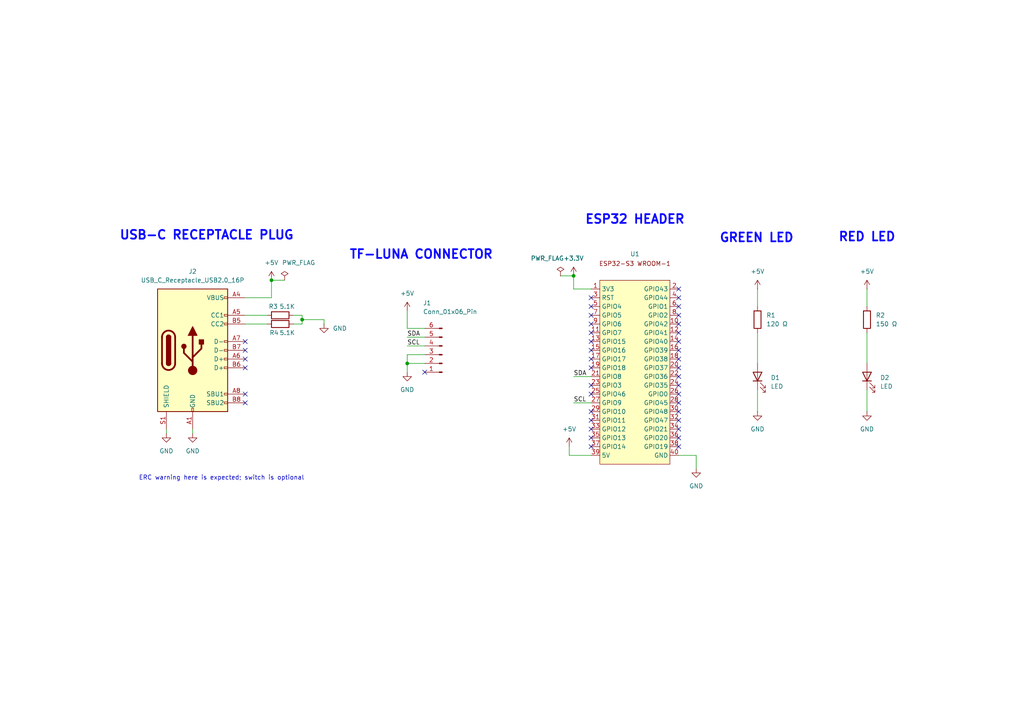
<source format=kicad_sch>
(kicad_sch (version 20250114) (generator "eeschema") (generator_version "9.0")
  (paper "A4")
  (title_block (title "tf-luna-security-system") (date "2025-12-21") (rev "0"))
  (lib_symbols
    (symbol "Connector:Conn_01x06_Pin" (pin_names (offset 1.016) (hide yes))
      (property "Reference" "J" (at 0 7.62 0))
      (property "Value" "Conn_01x06_Pin" (at 0 -10.16 0))
      (symbol "Conn_01x06_Pin_1_1"
        (rectangle (start 0.8636 5.207) (end 0 4.953) (stroke (width 0.1524)) (fill (type outline)))
        (rectangle (start 0.8636 2.667) (end 0 2.413) (stroke (width 0.1524)) (fill (type outline)))
        (rectangle (start 0.8636 0.127) (end 0 -0.127) (stroke (width 0.1524)) (fill (type outline)))
        (rectangle (start 0.8636 -2.413) (end 0 -2.667) (stroke (width 0.1524)) (fill (type outline)))
        (rectangle (start 0.8636 -4.953) (end 0 -5.207) (stroke (width 0.1524)) (fill (type outline)))
        (rectangle (start 0.8636 -7.493) (end 0 -7.747) (stroke (width 0.1524)) (fill (type outline)))
        (polyline (pts (xy 1.27 5.08) (xy 0.8636 5.08)) (stroke (width 0.1524)))
        (polyline (pts (xy 1.27 2.54) (xy 0.8636 2.54)) (stroke (width 0.1524)))
        (polyline (pts (xy 1.27 0) (xy 0.8636 0)) (stroke (width 0.1524)))
        (polyline (pts (xy 1.27 -2.54) (xy 0.8636 -2.54)) (stroke (width 0.1524)))
        (polyline (pts (xy 1.27 -5.08) (xy 0.8636 -5.08)) (stroke (width 0.1524)))
        (polyline (pts (xy 1.27 -7.62) (xy 0.8636 -7.62)) (stroke (width 0.1524)))
        (pin passive line (at 5.08 5.08 180) (length 3.81) (name "Pin_1") (number "1"))
        (pin passive line (at 5.08 2.54 180) (length 3.81) (name "Pin_2") (number "2"))
        (pin passive line (at 5.08 0 180) (length 3.81) (name "Pin_3") (number "3"))
        (pin passive line (at 5.08 -2.54 180) (length 3.81) (name "Pin_4") (number "4"))
        (pin passive line (at 5.08 -5.08 180) (length 3.81) (name "Pin_5") (number "5"))
        (pin passive line (at 5.08 -7.62 180) (length 3.81) (name "Pin_6") (number "6"))
      )
    )
    (symbol "Connector:USB_C_Receptacle_USB2.0_16P" (pin_names (offset 1.016))
      (property "Reference" "J" (at 0 22.225 0))
      (property "Value" "USB_C_Receptacle_USB2.0_16P" (at 0 19.685 0))
      (symbol "USB_C_Receptacle_USB2.0_16P_0_0"
        (rectangle (start -0.254 -17.78) (end 0.254 -16.764))
        (rectangle (start 10.16 15.494) (end 9.144 14.986))
        (rectangle (start 10.16 10.414) (end 9.144 9.906))
        (rectangle (start 10.16 7.874) (end 9.144 7.366))
        (rectangle (start 10.16 2.794) (end 9.144 2.286))
        (rectangle (start 10.16 0.254) (end 9.144 -0.254))
        (rectangle (start 10.16 -2.286) (end 9.144 -2.794))
        (rectangle (start 10.16 -4.826) (end 9.144 -5.334))
        (rectangle (start 10.16 -12.446) (end 9.144 -12.954))
        (rectangle (start 10.16 -14.986) (end 9.144 -15.494))
      )
      (symbol "USB_C_Receptacle_USB2.0_16P_0_1"
        (rectangle (start -10.16 17.78) (end 10.16 -17.78) (stroke (width 0.254)) (fill (type background)))
        (polyline (pts (xy -8.89 -3.81) (xy -8.89 3.81)) (stroke (width 0.508)))
        (rectangle (start -7.62 -3.81) (end -6.35 3.81) (stroke (width 0.254)) (fill (type outline)))
        (arc (start -7.62 3.81) (mid -6.985 4.4423) (end -6.35 3.81) (stroke (width 0.254)))
        (arc (start -7.62 3.81) (mid -6.985 4.4423) (end -6.35 3.81) (stroke (width 0.254)) (fill (type outline)))
        (arc (start -8.89 3.81) (mid -6.985 5.7067) (end -5.08 3.81) (stroke (width 0.508)))
        (arc (start -5.08 -3.81) (mid -6.985 -5.7067) (end -8.89 -3.81) (stroke (width 0.508)))
        (arc (start -6.35 -3.81) (mid -6.985 -4.4423) (end -7.62 -3.81) (stroke (width 0.254)))
        (arc (start -6.35 -3.81) (mid -6.985 -4.4423) (end -7.62 -3.81) (stroke (width 0.254)) (fill (type outline)))
        (polyline (pts (xy -5.08 3.81) (xy -5.08 -3.81)) (stroke (width 0.508)))
        (circle (center -2.54 1.143) (radius 0.635) (stroke (width 0.254)) (fill (type outline)))
        (polyline (pts (xy -1.27 4.318) (xy 0 6.858) (xy 1.27 4.318) (xy -1.27 4.318)) (stroke (width 0.254)) (fill (type outline)))
        (polyline (pts (xy 0 -2.032) (xy 2.54 0.508) (xy 2.54 1.778)) (stroke (width 0.508)))
        (polyline (pts (xy 0 -3.302) (xy -2.54 -0.762) (xy -2.54 0.508)) (stroke (width 0.508)))
        (polyline (pts (xy 0 -5.842) (xy 0 4.318)) (stroke (width 0.508)))
        (circle (center 0 -5.842) (radius 1.27) (fill (type outline)))
        (rectangle (start 1.905 1.778) (end 3.175 3.048) (stroke (width 0.254)) (fill (type outline)))
      )
      (symbol "USB_C_Receptacle_USB2.0_16P_1_1"
        (pin passive line (at -7.62 -22.86 90) (length 5.08) (name "SHIELD") (number "S1"))
        (pin passive line (at 0 -22.86 90) (length 5.08) (name "GND") (number "A1"))
        (pin passive line (at 0 -22.86 90) (length 5.08) (hide yes) (name "GND") (number "A12"))
        (pin passive line (at 0 -22.86 90) (length 5.08) (hide yes) (name "GND") (number "B1"))
        (pin passive line (at 0 -22.86 90) (length 5.08) (hide yes) (name "GND") (number "B12"))
        (pin passive line (at 15.24 15.24 180) (length 5.08) (name "VBUS") (number "A4"))
        (pin passive line (at 15.24 15.24 180) (length 5.08) (hide yes) (name "VBUS") (number "A9"))
        (pin passive line (at 15.24 15.24 180) (length 5.08) (hide yes) (name "VBUS") (number "B4"))
        (pin passive line (at 15.24 15.24 180) (length 5.08) (hide yes) (name "VBUS") (number "B9"))
        (pin bidirectional line (at 15.24 10.16 180) (length 5.08) (name "CC1") (number "A5"))
        (pin bidirectional line (at 15.24 7.62 180) (length 5.08) (name "CC2") (number "B5"))
        (pin bidirectional line (at 15.24 2.54 180) (length 5.08) (name "D-") (number "A7"))
        (pin bidirectional line (at 15.24 0 180) (length 5.08) (name "D-") (number "B7"))
        (pin bidirectional line (at 15.24 -2.54 180) (length 5.08) (name "D+") (number "A6"))
        (pin bidirectional line (at 15.24 -5.08 180) (length 5.08) (name "D+") (number "B6"))
        (pin bidirectional line (at 15.24 -12.7 180) (length 5.08) (name "SBU1") (number "A8"))
        (pin bidirectional line (at 15.24 -15.24 180) (length 5.08) (name "SBU2") (number "B8"))
      )
    )
    (symbol "Device:LED" (pin_numbers (hide yes)) (pin_names (offset 1.016) (hide yes))
      (property "Reference" "D" (at 0 2.54 0))
      (property "Value" "LED" (at 0 -2.54 0))
      (symbol "LED_0_1"
        (polyline (pts (xy -3.048 -0.762) (xy -4.572 -2.286) (xy -3.81 -2.286) (xy -4.572 -2.286) (xy -4.572 -1.524)))
        (polyline (pts (xy -1.778 -0.762) (xy -3.302 -2.286) (xy -2.54 -2.286) (xy -3.302 -2.286) (xy -3.302 -1.524)))
        (polyline (pts (xy -1.27 0) (xy 1.27 0)))
        (polyline (pts (xy -1.27 -1.27) (xy -1.27 1.27)) (stroke (width 0.254)))
        (polyline (pts (xy 1.27 -1.27) (xy 1.27 1.27) (xy -1.27 0) (xy 1.27 -1.27)) (stroke (width 0.254)))
      )
      (symbol "LED_1_1"
        (pin passive line (at -3.81 0 0) (length 2.54) (name "K") (number "1"))
        (pin passive line (at 3.81 0 180) (length 2.54) (name "A") (number "2"))
      )
    )
    (symbol "Device:R" (pin_numbers (hide yes)) (pin_names (offset 0))
      (property "Reference" "R" (at 2.032 0 90))
      (property "Value" "R" (at 0 0 90))
      (symbol "R_0_1"
        (rectangle (start -1.016 -2.54) (end 1.016 2.54) (stroke (width 0.254)))
      )
      (symbol "R_1_1"
        (pin passive line (at 0 3.81 270) (length 1.27) (name "~") (number "1"))
        (pin passive line (at 0 -3.81 90) (length 1.27) (name "~") (number "2"))
      )
    )
    (symbol "New_Library:ESP32-S3-DevKit-Custom"
      (property "Reference" "U" (at -8.89 8.89 0))
      (symbol "ESP32-S3-DevKit-Custom_1_1"
        (rectangle (start -10.16 7.62) (end 10.16 -45.72) (fill (type background)))
        (text "ESP32-S3 WROOM-1" (at 0 12.446 0) (effects (font (size 1.27 1.27))))
        (pin passive line (at -12.7 5.08 0) (length 2.54) (name "3V3") (number "1"))
        (pin passive line (at -12.7 2.54 0) (length 2.54) (name "RST") (number "3"))
        (pin passive line (at -12.7 0 0) (length 2.54) (name "GPIO4") (number "5"))
        (pin passive line (at -12.7 -2.54 0) (length 2.54) (name "GPIO5") (number "7"))
        (pin passive line (at -12.7 -5.08 0) (length 2.54) (name "GPIO6") (number "9"))
        (pin passive line (at -12.7 -7.62 0) (length 2.54) (name "GPIO7") (number "11"))
        (pin passive line (at -12.7 -10.16 0) (length 2.54) (name "GPIO15") (number "13"))
        (pin passive line (at -12.7 -12.7 0) (length 2.54) (name "GPIO16") (number "15"))
        (pin passive line (at -12.7 -15.24 0) (length 2.54) (name "GPIO17") (number "17"))
        (pin passive line (at -12.7 -17.78 0) (length 2.54) (name "GPIO18") (number "19"))
        (pin passive line (at -12.7 -20.32 0) (length 2.54) (name "GPIO8") (number "21"))
        (pin passive line (at -12.7 -22.86 0) (length 2.54) (name "GPIO3") (number "23"))
        (pin passive line (at -12.7 -25.4 0) (length 2.54) (name "GPIO46") (number "25"))
        (pin passive line (at -12.7 -27.94 0) (length 2.54) (name "GPIO9") (number "27"))
        (pin passive line (at -12.7 -30.48 0) (length 2.54) (name "GPIO10") (number "29"))
        (pin passive line (at -12.7 -33.02 0) (length 2.54) (name "GPIO11") (number "31"))
        (pin passive line (at -12.7 -35.56 0) (length 2.54) (name "GPIO12") (number "33"))
        (pin passive line (at -12.7 -38.1 0) (length 2.54) (name "GPIO13") (number "35"))
        (pin passive line (at -12.7 -40.64 0) (length 2.54) (name "GPIO14") (number "37"))
        (pin passive line (at -12.7 -43.18 0) (length 2.54) (name "5V") (number "39"))
        (pin passive line (at 12.7 5.08 180) (length 2.54) (name "GPIO43") (number "2"))
        (pin passive line (at 12.7 2.54 180) (length 2.54) (name "GPIO44") (number "4"))
        (pin passive line (at 12.7 0 180) (length 2.54) (name "GPIO1") (number "6"))
        (pin passive line (at 12.7 -2.54 180) (length 2.54) (name "GPIO2") (number "8"))
        (pin passive line (at 12.7 -5.08 180) (length 2.54) (name "GPIO42") (number "10"))
        (pin passive line (at 12.7 -7.62 180) (length 2.54) (name "GPIO41") (number "12"))
        (pin passive line (at 12.7 -10.16 180) (length 2.54) (name "GPIO40") (number "14"))
        (pin passive line (at 12.7 -12.7 180) (length 2.54) (name "GPIO39") (number "16"))
        (pin passive line (at 12.7 -15.24 180) (length 2.54) (name "GPIO38") (number "18"))
        (pin passive line (at 12.7 -17.78 180) (length 2.54) (name "GPIO37") (number "20"))
        (pin passive line (at 12.7 -20.32 180) (length 2.54) (name "GPIO36") (number "22"))
        (pin passive line (at 12.7 -22.86 180) (length 2.54) (name "GPIO35") (number "24"))
        (pin passive line (at 12.7 -25.4 180) (length 2.54) (name "GPIO0") (number "26"))
        (pin passive line (at 12.7 -27.94 180) (length 2.54) (name "GPIO45") (number "28"))
        (pin passive line (at 12.7 -30.48 180) (length 2.54) (name "GPIO48") (number "30"))
        (pin passive line (at 12.7 -33.02 180) (length 2.54) (name "GPIO47") (number "32"))
        (pin passive line (at 12.7 -35.56 180) (length 2.54) (name "GPIO21") (number "34"))
        (pin passive line (at 12.7 -38.1 180) (length 2.54) (name "GPIO20") (number "36"))
        (pin passive line (at 12.7 -40.64 180) (length 2.54) (name "GPIO19") (number "38"))
        (pin passive line (at 12.7 -43.18 180) (length 2.54) (name "GND") (number "40"))
      )
    )
    (symbol "power:+3.3V" (power) (pin_numbers (hide yes)) (pin_names (offset 0) (hide yes))
      (property "Value" "+3.3V" (at 0 3.556 0))
      (symbol "+3.3V_0_1"
        (polyline (pts (xy -0.762 1.27) (xy 0 2.54)))
        (polyline (pts (xy 0 2.54) (xy 0.762 1.27)))
        (polyline (pts (xy 0 0) (xy 0 2.54)))
      )
      (symbol "+3.3V_1_1"
        (pin power_in line (at 0 0 90) (length 0) (name "~") (number "1"))
      )
    )
    (symbol "power:+5V" (power) (pin_numbers (hide yes)) (pin_names (offset 0) (hide yes))
      (property "Value" "+5V" (at 0 3.556 0))
      (symbol "+5V_0_1"
        (polyline (pts (xy -0.762 1.27) (xy 0 2.54)))
        (polyline (pts (xy 0 2.54) (xy 0.762 1.27)))
        (polyline (pts (xy 0 0) (xy 0 2.54)))
      )
      (symbol "+5V_1_1"
        (pin power_in line (at 0 0 90) (length 0) (name "~") (number "1"))
      )
    )
    (symbol "power:GND" (power) (pin_numbers (hide yes)) (pin_names (offset 0) (hide yes))
      (property "Value" "GND" (at 0 -3.81 0))
      (symbol "GND_0_1"
        (polyline (pts (xy 0 0) (xy 0 -1.27) (xy 1.27 -1.27) (xy 0 -2.54) (xy -1.27 -1.27) (xy 0 -1.27)))
      )
      (symbol "GND_1_1"
        (pin power_in line (at 0 0 270) (length 0) (name "~") (number "1"))
      )
    )
    (symbol "power:PWR_FLAG" (power) (pin_numbers (hide yes)) (pin_names (offset 0) (hide yes))
      (property "Value" "PWR_FLAG" (at 0 3.81 0))
      (symbol "PWR_FLAG_0_0"
        (pin power_out line (at 0 0 90) (length 0) (name "~") (number "1"))
      )
      (symbol "PWR_FLAG_0_1"
        (polyline (pts (xy 0 0) (xy 0 1.27) (xy -1.016 1.905) (xy 0 2.54) (xy 1.016 1.905) (xy 0 1.27)))
      )
    )
  )
  (text "TF-LUNA CONNECTOR\n" (at 122.174 73.914 0) (effects (font (size 2.54 2.54) (thickness 0.508) (bold yes))))
  (text "RED LED" (at 251.46 68.834 0) (effects (font (size 2.54 2.54) (thickness 0.508) (bold yes))))
  (text "USB-C RECEPTACLE PLUG" (at 59.944 68.326 0) (effects (font (size 2.54 2.54) (thickness 0.508) (bold yes))))
  (text "ERC warning here is expected; switch is optional" (at 64.262 138.684 0) (effects (font (size 1.27 1.27))))
  (text "GREEN LED" (at 219.456 69.088 0) (effects (font (size 2.54 2.54) (thickness 0.508) (bold yes))))
  (text "ESP32 HEADER\n" (at 184.15 63.754 0) (effects (font (size 2.54 2.54) (thickness 0.508) (bold yes))))
  (junction (at 118.11 105.41))
  (junction (at 166.37 80.01))
  (junction (at 78.74 81.28))
  (junction (at 87.63 92.71))
  (no_connect (at 71.12 101.6))
  (no_connect (at 171.45 86.36))
  (no_connect (at 196.85 121.92))
  (no_connect (at 171.45 104.14))
  (no_connect (at 171.45 111.76))
  (no_connect (at 171.45 93.98))
  (no_connect (at 171.45 124.46))
  (no_connect (at 171.45 121.92))
  (no_connect (at 196.85 127))
  (no_connect (at 196.85 86.36))
  (no_connect (at 171.45 96.52))
  (no_connect (at 71.12 114.3))
  (no_connect (at 196.85 104.14))
  (no_connect (at 71.12 116.84))
  (no_connect (at 171.45 129.54))
  (no_connect (at 196.85 88.9))
  (no_connect (at 196.85 119.38))
  (no_connect (at 71.12 99.06))
  (no_connect (at 196.85 111.76))
  (no_connect (at 171.45 119.38))
  (no_connect (at 196.85 96.52))
  (no_connect (at 196.85 109.22))
  (no_connect (at 196.85 124.46))
  (no_connect (at 196.85 91.44))
  (no_connect (at 171.45 127))
  (no_connect (at 71.12 104.14))
  (no_connect (at 171.45 91.44))
  (no_connect (at 196.85 114.3))
  (no_connect (at 196.85 101.6))
  (no_connect (at 171.45 88.9))
  (no_connect (at 171.45 114.3))
  (no_connect (at 196.85 99.06))
  (no_connect (at 71.12 106.68))
  (no_connect (at 171.45 101.6))
  (no_connect (at 196.85 93.98))
  (no_connect (at 171.45 106.68))
  (no_connect (at 196.85 83.82))
  (no_connect (at 196.85 129.54))
  (no_connect (at 171.45 99.06))
  (no_connect (at 123.19 107.95))
  (no_connect (at 196.85 116.84))
  (no_connect (at 196.85 106.68))
  (wire (pts (xy 165.1 132.08) (xy 171.45 132.08)))
  (wire (pts (xy 196.85 132.08) (xy 201.93 132.08)))
  (wire (pts (xy 219.71 113.03) (xy 219.71 119.38)))
  (wire (pts (xy 251.46 96.52) (xy 251.46 105.41)))
  (wire (pts (xy 78.74 81.28) (xy 82.55 81.28)))
  (wire (pts (xy 166.37 83.82) (xy 171.45 83.82)))
  (wire (pts (xy 219.71 83.82) (xy 219.71 88.9)))
  (wire (pts (xy 165.1 132.08) (xy 165.1 129.54)))
  (wire (pts (xy 71.12 91.44) (xy 77.47 91.44)))
  (wire (pts (xy 251.46 83.82) (xy 251.46 88.9)))
  (wire (pts (xy 166.37 109.22) (xy 171.45 109.22)))
  (wire (pts (xy 87.63 92.71) (xy 87.63 93.98)))
  (wire (pts (xy 85.09 93.98) (xy 87.63 93.98)))
  (wire (pts (xy 55.88 125.73) (xy 55.88 124.46)))
  (wire (pts (xy 118.11 105.41) (xy 123.19 105.41)))
  (wire (pts (xy 166.37 116.84) (xy 171.45 116.84)))
  (wire (pts (xy 166.37 80.01) (xy 166.37 83.82)))
  (wire (pts (xy 123.19 95.25) (xy 118.11 95.25)))
  (wire (pts (xy 251.46 113.03) (xy 251.46 119.38)))
  (wire (pts (xy 118.11 90.17) (xy 118.11 95.25)))
  (wire (pts (xy 118.11 97.79) (xy 123.19 97.79)))
  (wire (pts (xy 48.26 125.73) (xy 48.26 124.46)))
  (wire (pts (xy 78.74 81.28) (xy 78.74 86.36)))
  (wire (pts (xy 118.11 100.33) (xy 123.19 100.33)))
  (wire (pts (xy 78.74 86.36) (xy 71.12 86.36)))
  (wire (pts (xy 118.11 105.41) (xy 118.11 107.95)))
  (wire (pts (xy 85.09 91.44) (xy 87.63 91.44)))
  (wire (pts (xy 87.63 91.44) (xy 87.63 92.71)))
  (wire (pts (xy 123.19 102.87) (xy 118.11 102.87)))
  (wire (pts (xy 201.93 132.08) (xy 201.93 135.89)))
  (wire (pts (xy 219.71 96.52) (xy 219.71 105.41)))
  (wire (pts (xy 162.56 80.01) (xy 166.37 80.01)))
  (wire (pts (xy 93.98 92.71) (xy 87.63 92.71)))
  (wire (pts (xy 93.98 92.71) (xy 93.98 93.98)))
  (wire (pts (xy 71.12 93.98) (xy 77.47 93.98)))
  (wire (pts (xy 118.11 102.87) (xy 118.11 105.41)))
  (label "SDA" (at 166.37 109.22 0))
  (label "SDA" (at 118.11 97.79 0))
  (label "SCL" (at 166.37 116.84 0))
  (label "SCL" (at 118.11 100.33 0))
  (symbol (lib_id "power:GND") (at 48.26 125.73 0) (unit 1)
    (property "Reference" "#PWR01" (effects (hide yes)))
    (property "Value" "GND" (at 48.26 130.81 0))
    (property "Description" "Power symbol creates a global label with name \"GND\" , ground" (effects (hide yes)))
  )
  (symbol (lib_id "Device:R") (at 81.28 93.98 90) (unit 1)
    (property "Reference" "R4" (at 79.502 96.52 90))
    (property "Value" "5.1K" (at 83.312 96.52 90))
    (property "Footprint" "Resistor_THT:R_Axial_DIN0207_L6.3mm_D2.5mm_P7.62mm_Horizontal" (effects (hide yes)))
    (property "Description" "Resistor" (effects (hide yes)))
  )
  (symbol (lib_id "Device:LED") (at 251.46 109.22 90) (unit 1)
    (property "Reference" "D2" (at 255.27 109.5374 90) (effects (justify right)))
    (property "Value" "LED" (at 255.27 112.0774 90) (effects (justify right)))
    (property "Footprint" "LED_THT:LED_D5.0mm" (effects (hide yes)))
    (property "Description" "Light emitting diode" (effects (hide yes)))
    (property "Sim.Pins" "1=K 2=A" (effects (hide yes)))
  )
  (symbol (lib_id "power:+5V") (at 118.11 90.17 0) (unit 1)
    (property "Reference" "#PWR05" (effects (hide yes)))
    (property "Value" "+5V" (at 118.11 85.09 0))
    (property "Description" "Power symbol creates a global label with name \"+5V\"" (effects (hide yes)))
  )
  (symbol (lib_id "power:PWR_FLAG") (at 82.55 81.28 0) (unit 1)
    (property "Reference" "#FLG01" (effects (hide yes)))
    (property "Value" "PWR_FLAG" (at 86.614 76.2 0))
    (property "Description" "Special symbol for telling ERC where power comes from" (effects (hide yes)))
  )
  (symbol (lib_id "Connector:USB_C_Receptacle_USB2.0_16P") (at 55.88 101.6 0) (unit 1)
    (property "Reference" "J2" (at 55.88 78.74 0))
    (property "Value" "USB_C_Receptacle_USB2.0_16P" (at 55.88 81.28 0))
    (property "Footprint" "Connector_USB:USB_C_Receptacle_GCT_USB4105-xx-A_16P_TopMnt_Horizontal" (effects (hide yes)))
    (property "Datasheet" "https://www.usb.org/sites/default/files/documents/usb_type-c.zip" (effects (hide yes)))
    (property "Description" "USB 2.0-only 16P Type-C Receptacle connector" (effects (hide yes)))
  )
  (symbol (lib_id "power:GND") (at 55.88 125.73 0) (unit 1)
    (property "Reference" "#PWR02" (effects (hide yes)))
    (property "Value" "GND" (at 55.88 130.81 0))
    (property "Description" "Power symbol creates a global label with name \"GND\" , ground" (effects (hide yes)))
  )
  (symbol (lib_id "Device:LED") (at 219.71 109.22 90) (unit 1)
    (property "Reference" "D1" (at 223.52 109.5374 90) (effects (justify right)))
    (property "Value" "LED" (at 223.52 112.0774 90) (effects (justify right)))
    (property "Footprint" "LED_THT:LED_D5.0mm" (effects (hide yes)))
    (property "Description" "Light emitting diode" (effects (hide yes)))
    (property "Sim.Pins" "1=K 2=A" (effects (hide yes)))
  )
  (symbol (lib_id "power:GND") (at 93.98 93.98 0) (unit 1)
    (property "Reference" "#PWR03" (effects (hide yes)))
    (property "Value" "GND" (at 96.52 95.2499 0) (effects (justify left)))
    (property "Description" "Power symbol creates a global label with name \"GND\" , ground" (effects (hide yes)))
  )
  (symbol (lib_id "New_Library:ESP32-S3-DevKit-Custom") (at 184.15 88.9 0) (unit 1)
    (property "Reference" "U1" (at 184.15 73.66 0))
    (property "Value" "ESP32-Header" (effects (hide yes)))
    (property "Footprint" "security-system-footprints:esp32-header" (effects (hide yes)))
  )
  (symbol (lib_id "Device:R") (at 81.28 91.44 90) (unit 1)
    (property "Reference" "R3" (at 79.248 88.9 90))
    (property "Value" "5.1K" (at 83.312 88.9 90))
    (property "Footprint" "Resistor_THT:R_Axial_DIN0207_L6.3mm_D2.5mm_P7.62mm_Horizontal" (effects (hide yes)))
    (property "Description" "Resistor" (effects (hide yes)))
  )
  (symbol (lib_id "power:+3.3V") (at 166.37 80.01 0) (unit 1)
    (property "Reference" "#PWR011" (effects (hide yes)))
    (property "Value" "+3.3V" (at 166.37 74.93 0))
    (property "Description" "Power symbol creates a global label with name \"+3.3V\"" (effects (hide yes)))
  )
  (symbol (lib_id "Device:R") (at 251.46 92.71 0) (unit 1)
    (property "Reference" "R2" (at 254 91.4399 0) (effects (justify left)))
    (property "Value" "150 Ω" (at 254 93.9799 0) (effects (justify left)))
    (property "Footprint" "Resistor_THT:R_Axial_DIN0207_L6.3mm_D2.5mm_P7.62mm_Horizontal" (effects (hide yes)))
    (property "Description" "Resistor" (effects (hide yes)))
  )
  (symbol (lib_id "Connector:Conn_01x06_Pin") (at 128.27 102.87 180) (unit 1)
    (property "Reference" "J1" (at 122.682 87.884 0) (effects (justify right)))
    (property "Value" "Conn_01x06_Pin" (at 122.682 90.424 0) (effects (justify right)))
    (property "Footprint" "Connector_Molex:Molex_PicoBlade_53047-0610_1x06_P1.25mm_Vertical" (effects (hide yes)))
    (property "Description" "Generic connector, single row, 01x06, script generated" (effects (hide yes)))
  )
  (symbol (lib_id "power:+5V") (at 165.1 129.54 0) (unit 1)
    (property "Reference" "#PWR013" (effects (hide yes)))
    (property "Value" "+5V" (at 165.1 124.46 0))
    (property "Description" "Power symbol creates a global label with name \"+5V\"" (effects (hide yes)))
  )
  (symbol (lib_id "power:PWR_FLAG") (at 162.56 80.01 0) (unit 1)
    (property "Reference" "#FLG02" (effects (hide yes)))
    (property "Value" "PWR_FLAG" (at 158.75 74.93 0))
    (property "Description" "Special symbol for telling ERC where power comes from" (effects (hide yes)))
  )
  (symbol (lib_id "Device:R") (at 219.71 92.71 0) (unit 1)
    (property "Reference" "R1" (at 222.25 91.4399 0) (effects (justify left)))
    (property "Value" "120 Ω" (at 222.25 93.9799 0) (effects (justify left)))
    (property "Footprint" "Resistor_THT:R_Axial_DIN0207_L6.3mm_D2.5mm_P7.62mm_Horizontal" (effects (hide yes)))
    (property "Description" "Resistor" (effects (hide yes)))
  )
  (symbol (lib_id "power:+5V") (at 78.74 81.28 0) (unit 1)
    (property "Reference" "#PWR04" (effects (hide yes)))
    (property "Value" "+5V" (at 78.74 76.2 0))
    (property "Description" "Power symbol creates a global label with name \"+5V\"" (effects (hide yes)))
  )
  (symbol (lib_id "power:GND") (at 251.46 119.38 0) (unit 1)
    (property "Reference" "#PWR08" (effects (hide yes)))
    (property "Value" "GND" (at 251.46 124.46 0))
    (property "Description" "Power symbol creates a global label with name \"GND\" , ground" (effects (hide yes)))
  )
  (symbol (lib_id "power:GND") (at 219.71 119.38 0) (unit 1)
    (property "Reference" "#PWR07" (effects (hide yes)))
    (property "Value" "GND" (at 219.71 124.46 0))
    (property "Description" "Power symbol creates a global label with name \"GND\" , ground" (effects (hide yes)))
  )
  (symbol (lib_id "power:+5V") (at 219.71 83.82 0) (unit 1)
    (property "Reference" "#PWR09" (effects (hide yes)))
    (property "Value" "+5V" (at 219.71 78.74 0))
    (property "Description" "Power symbol creates a global label with name \"+5V\"" (effects (hide yes)))
  )
  (symbol (lib_id "power:GND") (at 118.11 107.95 0) (unit 1)
    (property "Reference" "#PWR06" (effects (hide yes)))
    (property "Value" "GND" (at 118.11 113.03 0))
    (property "Description" "Power symbol creates a global label with name \"GND\" , ground" (effects (hide yes)))
  )
  (symbol (lib_id "power:GND") (at 201.93 135.89 0) (unit 1)
    (property "Reference" "#PWR012" (effects (hide yes)))
    (property "Value" "GND" (at 201.93 140.97 0))
    (property "Description" "Power symbol creates a global label with name \"GND\" , ground" (effects (hide yes)))
  )
  (symbol (lib_id "power:+5V") (at 251.46 83.82 0) (unit 1)
    (property "Reference" "#PWR010" (effects (hide yes)))
    (property "Value" "+5V" (at 251.46 78.74 0))
    (property "Description" "Power symbol creates a global label with name \"+5V\"" (effects (hide yes)))
  )
)
</source>
